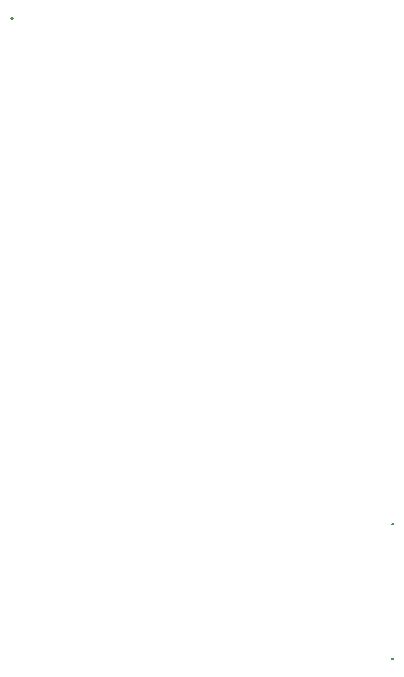
<source format=gbo>
G04*
G04 #@! TF.GenerationSoftware,Altium Limited,Altium Designer,24.9.1 (31)*
G04*
G04 Layer_Color=32896*
%FSLAX44Y44*%
%MOMM*%
G71*
G04*
G04 #@! TF.SameCoordinates,CDEC626A-A255-468D-B0CC-3EE591A55D7D*
G04*
G04*
G04 #@! TF.FilePolarity,Positive*
G04*
G01*
G75*
%ADD10C,0.2500*%
%ADD14C,0.2000*%
D10*
X380750Y-526000D02*
G03*
X380750Y-526000I-500J0D01*
G01*
X380750Y-640000D02*
G03*
X380750Y-640000I-500J0D01*
G01*
D14*
X59420Y-97790D02*
G03*
X59420Y-97790I-1000J0D01*
G01*
M02*

</source>
